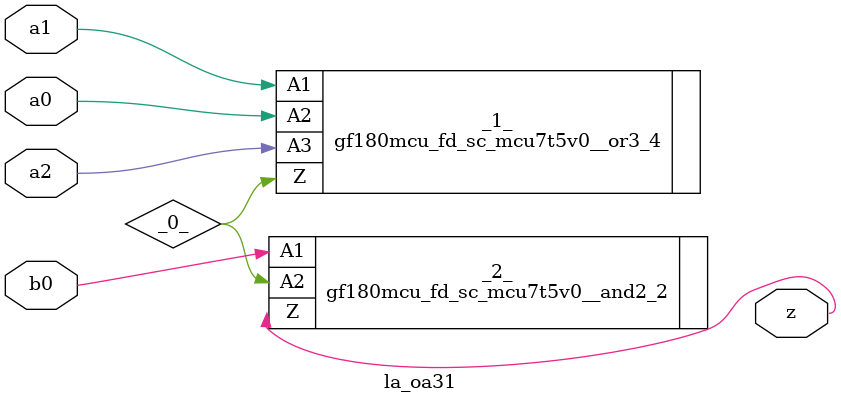
<source format=v>

/* Generated by Yosys 0.37 (git sha1 a5c7f69ed, clang 14.0.0-1ubuntu1.1 -fPIC -Os) */

module la_oa31(a0, a1, a2, b0, z);
  wire _0_;
  input a0;
  wire a0;
  input a1;
  wire a1;
  input a2;
  wire a2;
  input b0;
  wire b0;
  output z;
  wire z;
  gf180mcu_fd_sc_mcu7t5v0__or3_4 _1_ (
    .A1(a1),
    .A2(a0),
    .A3(a2),
    .Z(_0_)
  );
  gf180mcu_fd_sc_mcu7t5v0__and2_2 _2_ (
    .A1(b0),
    .A2(_0_),
    .Z(z)
  );
endmodule

</source>
